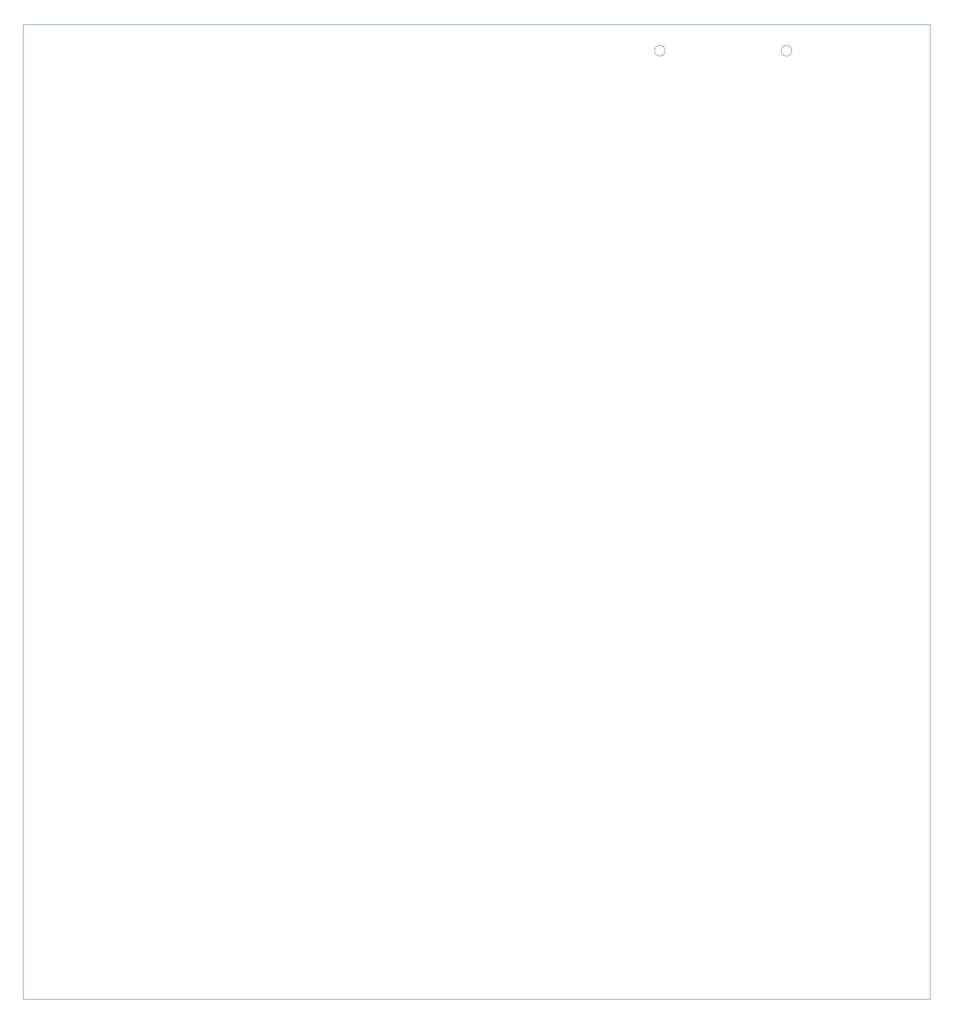
<source format=gbr>
%TF.GenerationSoftware,KiCad,Pcbnew,(6.0.11)*%
%TF.CreationDate,2023-04-06T16:38:06-06:00*%
%TF.ProjectId,isa-itx-pc104-backplane,6973612d-6974-4782-9d70-633130342d62,rev?*%
%TF.SameCoordinates,Original*%
%TF.FileFunction,Profile,NP*%
%FSLAX46Y46*%
G04 Gerber Fmt 4.6, Leading zero omitted, Abs format (unit mm)*
G04 Created by KiCad (PCBNEW (6.0.11)) date 2023-04-06 16:38:06*
%MOMM*%
%LPD*%
G01*
G04 APERTURE LIST*
%TA.AperFunction,Profile*%
%ADD10C,0.100000*%
%TD*%
%TA.AperFunction,Profile*%
%ADD11C,0.120000*%
%TD*%
G04 APERTURE END LIST*
D10*
X225044000Y-37592000D02*
X225044000Y145161000D01*
X54864000Y145161000D02*
X54864000Y-37592000D01*
X54864000Y-37592000D02*
X225044000Y-37592000D01*
X54864000Y145161000D02*
X225044000Y145161000D01*
D11*
%TO.C,P9*%
X175366000Y140203000D02*
G75*
G03*
X175366000Y140203000I-1000000J0D01*
G01*
%TO.C,P8*%
X199126000Y140203000D02*
G75*
G03*
X199126000Y140203000I-1000000J0D01*
G01*
%TD*%
M02*

</source>
